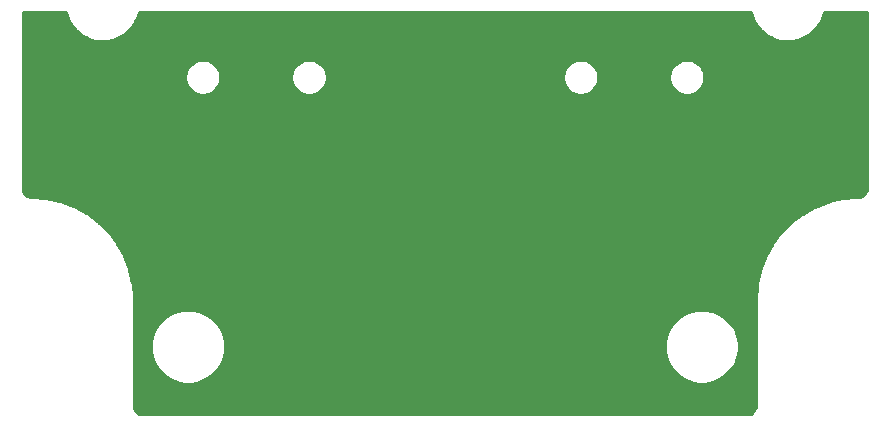
<source format=gbr>
%TF.GenerationSoftware,KiCad,Pcbnew,5.1.7-a382d34a8~88~ubuntu18.04.1*%
%TF.CreationDate,2022-11-10T08:04:54-05:00*%
%TF.ProjectId,project-mute-button,70726f6a-6563-4742-9d6d-7574652d6275,rev?*%
%TF.SameCoordinates,Original*%
%TF.FileFunction,Copper,L2,Bot*%
%TF.FilePolarity,Positive*%
%FSLAX46Y46*%
G04 Gerber Fmt 4.6, Leading zero omitted, Abs format (unit mm)*
G04 Created by KiCad (PCBNEW 5.1.7-a382d34a8~88~ubuntu18.04.1) date 2022-11-10 08:04:54*
%MOMM*%
%LPD*%
G01*
G04 APERTURE LIST*
%TA.AperFunction,ViaPad*%
%ADD10C,0.800000*%
%TD*%
%TA.AperFunction,Conductor*%
%ADD11C,0.254000*%
%TD*%
%TA.AperFunction,Conductor*%
%ADD12C,0.100000*%
%TD*%
G04 APERTURE END LIST*
D10*
%TO.N,GND*%
X73750000Y-85850000D03*
X50150000Y-67950000D03*
X82050000Y-67950000D03*
X69250000Y-67450000D03*
X65250000Y-66050000D03*
%TD*%
D11*
%TO.N,GND*%
X35272800Y-60860540D02*
X35275525Y-60869343D01*
X35423056Y-61334419D01*
X35446617Y-61389391D01*
X35469416Y-61444706D01*
X35473799Y-61452812D01*
X35708853Y-61880374D01*
X35742652Y-61929736D01*
X35775753Y-61979558D01*
X35781627Y-61986658D01*
X36095253Y-62360423D01*
X36138003Y-62402286D01*
X36180142Y-62444721D01*
X36187283Y-62450545D01*
X36567533Y-62756274D01*
X36617596Y-62789034D01*
X36667180Y-62822479D01*
X36675317Y-62826805D01*
X37107709Y-63052854D01*
X37163141Y-63075250D01*
X37218317Y-63098444D01*
X37227139Y-63101107D01*
X37695202Y-63238865D01*
X37753921Y-63250066D01*
X37812558Y-63262103D01*
X37821729Y-63263002D01*
X38307635Y-63307223D01*
X38367453Y-63306805D01*
X38427271Y-63307223D01*
X38436442Y-63306323D01*
X38921684Y-63255322D01*
X38980247Y-63243301D01*
X39039040Y-63232086D01*
X39047862Y-63229422D01*
X39513956Y-63085142D01*
X39569086Y-63061967D01*
X39624565Y-63039553D01*
X39632701Y-63035226D01*
X40061894Y-62803162D01*
X40111461Y-62769729D01*
X40161540Y-62736958D01*
X40168681Y-62731133D01*
X40544627Y-62420125D01*
X40586767Y-62377689D01*
X40629517Y-62335826D01*
X40635391Y-62328725D01*
X40943767Y-61950618D01*
X40976859Y-61900809D01*
X41010666Y-61851437D01*
X41015047Y-61843333D01*
X41015051Y-61843325D01*
X41244111Y-61412527D01*
X41266910Y-61357212D01*
X41290471Y-61302240D01*
X41293196Y-61293437D01*
X41434219Y-60826348D01*
X41437456Y-60810000D01*
X93262793Y-60810000D01*
X93272800Y-60860540D01*
X93275525Y-60869343D01*
X93423056Y-61334419D01*
X93446617Y-61389391D01*
X93469416Y-61444706D01*
X93473799Y-61452812D01*
X93708853Y-61880374D01*
X93742652Y-61929736D01*
X93775753Y-61979558D01*
X93781627Y-61986658D01*
X94095253Y-62360423D01*
X94138003Y-62402286D01*
X94180142Y-62444721D01*
X94187283Y-62450545D01*
X94567533Y-62756274D01*
X94617596Y-62789034D01*
X94667180Y-62822479D01*
X94675317Y-62826805D01*
X95107709Y-63052854D01*
X95163141Y-63075250D01*
X95218317Y-63098444D01*
X95227139Y-63101107D01*
X95695202Y-63238865D01*
X95753921Y-63250066D01*
X95812558Y-63262103D01*
X95821729Y-63263002D01*
X96307635Y-63307223D01*
X96367453Y-63306805D01*
X96427271Y-63307223D01*
X96436442Y-63306323D01*
X96921684Y-63255322D01*
X96980247Y-63243301D01*
X97039040Y-63232086D01*
X97047862Y-63229422D01*
X97513956Y-63085142D01*
X97569086Y-63061967D01*
X97624565Y-63039553D01*
X97632701Y-63035226D01*
X98061894Y-62803162D01*
X98111461Y-62769729D01*
X98161540Y-62736958D01*
X98168681Y-62731133D01*
X98544627Y-62420125D01*
X98586767Y-62377689D01*
X98629517Y-62335826D01*
X98635391Y-62328725D01*
X98943767Y-61950618D01*
X98976859Y-61900809D01*
X99010666Y-61851437D01*
X99015047Y-61843333D01*
X99015051Y-61843325D01*
X99244111Y-61412527D01*
X99266910Y-61357212D01*
X99290471Y-61302240D01*
X99293196Y-61293437D01*
X99434219Y-60826348D01*
X99437456Y-60810000D01*
X103090000Y-60810000D01*
X103090001Y-75717711D01*
X103072802Y-75893117D01*
X103031237Y-76030787D01*
X102963725Y-76157760D01*
X102872836Y-76269200D01*
X102762035Y-76360863D01*
X102635537Y-76429260D01*
X102498158Y-76471786D01*
X102323047Y-76490191D01*
X102219157Y-76491007D01*
X102203636Y-76492229D01*
X102188074Y-76491984D01*
X102167393Y-76493448D01*
X101041575Y-76590955D01*
X101005749Y-76596629D01*
X100969764Y-76601175D01*
X100949513Y-76605535D01*
X100949495Y-76605538D01*
X100949482Y-76605542D01*
X99848648Y-76860702D01*
X99813979Y-76871367D01*
X99778994Y-76880938D01*
X99759541Y-76888114D01*
X98705631Y-77295842D01*
X98672798Y-77311292D01*
X98639523Y-77325691D01*
X98621283Y-77335532D01*
X98621275Y-77335536D01*
X98621269Y-77335540D01*
X97635327Y-77887693D01*
X97604984Y-77907625D01*
X97574084Y-77926560D01*
X97557406Y-77938878D01*
X96659095Y-78624448D01*
X96631885Y-78648437D01*
X96603940Y-78671555D01*
X96589173Y-78686092D01*
X96589163Y-78686100D01*
X96589156Y-78686108D01*
X95796410Y-79491405D01*
X95772830Y-79519014D01*
X95748443Y-79545815D01*
X95735871Y-79562288D01*
X95735864Y-79562296D01*
X95735859Y-79562303D01*
X95064489Y-80471266D01*
X95045051Y-80501896D01*
X95024666Y-80531891D01*
X95014535Y-80549981D01*
X94477932Y-81544480D01*
X94462998Y-81577554D01*
X94447049Y-81610111D01*
X94439574Y-81629433D01*
X94439567Y-81629448D01*
X94439563Y-81629461D01*
X94048445Y-82689634D01*
X94038325Y-82724465D01*
X94027117Y-82758961D01*
X94022435Y-82779159D01*
X93784595Y-83883879D01*
X93779481Y-83919809D01*
X93773249Y-83955520D01*
X93771459Y-83976176D01*
X93692285Y-85094395D01*
X93690001Y-85117581D01*
X93690000Y-94117721D01*
X93672802Y-94293117D01*
X93631237Y-94430787D01*
X93563725Y-94557760D01*
X93472836Y-94669200D01*
X93362035Y-94760863D01*
X93235537Y-94829260D01*
X93098158Y-94871786D01*
X92924864Y-94890000D01*
X41782279Y-94890000D01*
X41606883Y-94872802D01*
X41469213Y-94831237D01*
X41342240Y-94763725D01*
X41230800Y-94672836D01*
X41139137Y-94562035D01*
X41070740Y-94435537D01*
X41028214Y-94298158D01*
X41010000Y-94124864D01*
X41010000Y-88841229D01*
X42465000Y-88841229D01*
X42465000Y-89458771D01*
X42585476Y-90064446D01*
X42821799Y-90634979D01*
X43164886Y-91148446D01*
X43601554Y-91585114D01*
X44115021Y-91928201D01*
X44685554Y-92164524D01*
X45291229Y-92285000D01*
X45908771Y-92285000D01*
X46514446Y-92164524D01*
X47084979Y-91928201D01*
X47598446Y-91585114D01*
X48035114Y-91148446D01*
X48378201Y-90634979D01*
X48614524Y-90064446D01*
X48735000Y-89458771D01*
X48735000Y-88841229D01*
X85965000Y-88841229D01*
X85965000Y-89458771D01*
X86085476Y-90064446D01*
X86321799Y-90634979D01*
X86664886Y-91148446D01*
X87101554Y-91585114D01*
X87615021Y-91928201D01*
X88185554Y-92164524D01*
X88791229Y-92285000D01*
X89408771Y-92285000D01*
X90014446Y-92164524D01*
X90584979Y-91928201D01*
X91098446Y-91585114D01*
X91535114Y-91148446D01*
X91878201Y-90634979D01*
X92114524Y-90064446D01*
X92235000Y-89458771D01*
X92235000Y-88841229D01*
X92114524Y-88235554D01*
X91878201Y-87665021D01*
X91535114Y-87151554D01*
X91098446Y-86714886D01*
X90584979Y-86371799D01*
X90014446Y-86135476D01*
X89408771Y-86015000D01*
X88791229Y-86015000D01*
X88185554Y-86135476D01*
X87615021Y-86371799D01*
X87101554Y-86714886D01*
X86664886Y-87151554D01*
X86321799Y-87665021D01*
X86085476Y-88235554D01*
X85965000Y-88841229D01*
X48735000Y-88841229D01*
X48614524Y-88235554D01*
X48378201Y-87665021D01*
X48035114Y-87151554D01*
X47598446Y-86714886D01*
X47084979Y-86371799D01*
X46514446Y-86135476D01*
X45908771Y-86015000D01*
X45291229Y-86015000D01*
X44685554Y-86135476D01*
X44115021Y-86371799D01*
X43601554Y-86714886D01*
X43164886Y-87151554D01*
X42821799Y-87665021D01*
X42585476Y-88235554D01*
X42465000Y-88841229D01*
X41010000Y-88841229D01*
X41010000Y-85117581D01*
X41009746Y-85115000D01*
X41008993Y-85019157D01*
X41007771Y-85003636D01*
X41008016Y-84988074D01*
X41006552Y-84967393D01*
X40909045Y-83841575D01*
X40903371Y-83805749D01*
X40898825Y-83769764D01*
X40894465Y-83749513D01*
X40894462Y-83749495D01*
X40894458Y-83749482D01*
X40639298Y-82648648D01*
X40628633Y-82613979D01*
X40619062Y-82578994D01*
X40611886Y-82559541D01*
X40204158Y-81505631D01*
X40188708Y-81472798D01*
X40174309Y-81439523D01*
X40164464Y-81421276D01*
X40164464Y-81421275D01*
X40164460Y-81421269D01*
X39612307Y-80435327D01*
X39592375Y-80404984D01*
X39573440Y-80374084D01*
X39561122Y-80357406D01*
X38875552Y-79459095D01*
X38851563Y-79431885D01*
X38828445Y-79403940D01*
X38813908Y-79389173D01*
X38813900Y-79389163D01*
X38813892Y-79389156D01*
X38008595Y-78596410D01*
X37980986Y-78572830D01*
X37954185Y-78548443D01*
X37937712Y-78535871D01*
X37937704Y-78535864D01*
X37937697Y-78535859D01*
X37028734Y-77864489D01*
X36998104Y-77845051D01*
X36968109Y-77824666D01*
X36950019Y-77814535D01*
X35955520Y-77277932D01*
X35922446Y-77262998D01*
X35889889Y-77247049D01*
X35870567Y-77239574D01*
X35870552Y-77239567D01*
X35870539Y-77239563D01*
X34810366Y-76848445D01*
X34775535Y-76838325D01*
X34741039Y-76827117D01*
X34720841Y-76822435D01*
X33616121Y-76584595D01*
X33580191Y-76579481D01*
X33544480Y-76573249D01*
X33523824Y-76571459D01*
X32405512Y-76492278D01*
X32206883Y-76472802D01*
X32069213Y-76431237D01*
X31942240Y-76363725D01*
X31830800Y-76272836D01*
X31739137Y-76162035D01*
X31670740Y-76035537D01*
X31628214Y-75898158D01*
X31610000Y-75724864D01*
X31610000Y-66203740D01*
X45365000Y-66203740D01*
X45365000Y-66496260D01*
X45422068Y-66783158D01*
X45534010Y-67053411D01*
X45696525Y-67296632D01*
X45903368Y-67503475D01*
X46146589Y-67665990D01*
X46416842Y-67777932D01*
X46703740Y-67835000D01*
X46996260Y-67835000D01*
X47283158Y-67777932D01*
X47553411Y-67665990D01*
X47796632Y-67503475D01*
X48003475Y-67296632D01*
X48165990Y-67053411D01*
X48277932Y-66783158D01*
X48335000Y-66496260D01*
X48335000Y-66203740D01*
X54365000Y-66203740D01*
X54365000Y-66496260D01*
X54422068Y-66783158D01*
X54534010Y-67053411D01*
X54696525Y-67296632D01*
X54903368Y-67503475D01*
X55146589Y-67665990D01*
X55416842Y-67777932D01*
X55703740Y-67835000D01*
X55996260Y-67835000D01*
X56283158Y-67777932D01*
X56553411Y-67665990D01*
X56796632Y-67503475D01*
X57003475Y-67296632D01*
X57165990Y-67053411D01*
X57277932Y-66783158D01*
X57335000Y-66496260D01*
X57335000Y-66203740D01*
X77365000Y-66203740D01*
X77365000Y-66496260D01*
X77422068Y-66783158D01*
X77534010Y-67053411D01*
X77696525Y-67296632D01*
X77903368Y-67503475D01*
X78146589Y-67665990D01*
X78416842Y-67777932D01*
X78703740Y-67835000D01*
X78996260Y-67835000D01*
X79283158Y-67777932D01*
X79553411Y-67665990D01*
X79796632Y-67503475D01*
X80003475Y-67296632D01*
X80165990Y-67053411D01*
X80277932Y-66783158D01*
X80335000Y-66496260D01*
X80335000Y-66203740D01*
X86365000Y-66203740D01*
X86365000Y-66496260D01*
X86422068Y-66783158D01*
X86534010Y-67053411D01*
X86696525Y-67296632D01*
X86903368Y-67503475D01*
X87146589Y-67665990D01*
X87416842Y-67777932D01*
X87703740Y-67835000D01*
X87996260Y-67835000D01*
X88283158Y-67777932D01*
X88553411Y-67665990D01*
X88796632Y-67503475D01*
X89003475Y-67296632D01*
X89165990Y-67053411D01*
X89277932Y-66783158D01*
X89335000Y-66496260D01*
X89335000Y-66203740D01*
X89277932Y-65916842D01*
X89165990Y-65646589D01*
X89003475Y-65403368D01*
X88796632Y-65196525D01*
X88553411Y-65034010D01*
X88283158Y-64922068D01*
X87996260Y-64865000D01*
X87703740Y-64865000D01*
X87416842Y-64922068D01*
X87146589Y-65034010D01*
X86903368Y-65196525D01*
X86696525Y-65403368D01*
X86534010Y-65646589D01*
X86422068Y-65916842D01*
X86365000Y-66203740D01*
X80335000Y-66203740D01*
X80277932Y-65916842D01*
X80165990Y-65646589D01*
X80003475Y-65403368D01*
X79796632Y-65196525D01*
X79553411Y-65034010D01*
X79283158Y-64922068D01*
X78996260Y-64865000D01*
X78703740Y-64865000D01*
X78416842Y-64922068D01*
X78146589Y-65034010D01*
X77903368Y-65196525D01*
X77696525Y-65403368D01*
X77534010Y-65646589D01*
X77422068Y-65916842D01*
X77365000Y-66203740D01*
X57335000Y-66203740D01*
X57277932Y-65916842D01*
X57165990Y-65646589D01*
X57003475Y-65403368D01*
X56796632Y-65196525D01*
X56553411Y-65034010D01*
X56283158Y-64922068D01*
X55996260Y-64865000D01*
X55703740Y-64865000D01*
X55416842Y-64922068D01*
X55146589Y-65034010D01*
X54903368Y-65196525D01*
X54696525Y-65403368D01*
X54534010Y-65646589D01*
X54422068Y-65916842D01*
X54365000Y-66203740D01*
X48335000Y-66203740D01*
X48277932Y-65916842D01*
X48165990Y-65646589D01*
X48003475Y-65403368D01*
X47796632Y-65196525D01*
X47553411Y-65034010D01*
X47283158Y-64922068D01*
X46996260Y-64865000D01*
X46703740Y-64865000D01*
X46416842Y-64922068D01*
X46146589Y-65034010D01*
X45903368Y-65196525D01*
X45696525Y-65403368D01*
X45534010Y-65646589D01*
X45422068Y-65916842D01*
X45365000Y-66203740D01*
X31610000Y-66203740D01*
X31610000Y-60810000D01*
X35262793Y-60810000D01*
X35272800Y-60860540D01*
%TA.AperFunction,Conductor*%
D12*
G36*
X35272800Y-60860540D02*
G01*
X35275525Y-60869343D01*
X35423056Y-61334419D01*
X35446617Y-61389391D01*
X35469416Y-61444706D01*
X35473799Y-61452812D01*
X35708853Y-61880374D01*
X35742652Y-61929736D01*
X35775753Y-61979558D01*
X35781627Y-61986658D01*
X36095253Y-62360423D01*
X36138003Y-62402286D01*
X36180142Y-62444721D01*
X36187283Y-62450545D01*
X36567533Y-62756274D01*
X36617596Y-62789034D01*
X36667180Y-62822479D01*
X36675317Y-62826805D01*
X37107709Y-63052854D01*
X37163141Y-63075250D01*
X37218317Y-63098444D01*
X37227139Y-63101107D01*
X37695202Y-63238865D01*
X37753921Y-63250066D01*
X37812558Y-63262103D01*
X37821729Y-63263002D01*
X38307635Y-63307223D01*
X38367453Y-63306805D01*
X38427271Y-63307223D01*
X38436442Y-63306323D01*
X38921684Y-63255322D01*
X38980247Y-63243301D01*
X39039040Y-63232086D01*
X39047862Y-63229422D01*
X39513956Y-63085142D01*
X39569086Y-63061967D01*
X39624565Y-63039553D01*
X39632701Y-63035226D01*
X40061894Y-62803162D01*
X40111461Y-62769729D01*
X40161540Y-62736958D01*
X40168681Y-62731133D01*
X40544627Y-62420125D01*
X40586767Y-62377689D01*
X40629517Y-62335826D01*
X40635391Y-62328725D01*
X40943767Y-61950618D01*
X40976859Y-61900809D01*
X41010666Y-61851437D01*
X41015047Y-61843333D01*
X41015051Y-61843325D01*
X41244111Y-61412527D01*
X41266910Y-61357212D01*
X41290471Y-61302240D01*
X41293196Y-61293437D01*
X41434219Y-60826348D01*
X41437456Y-60810000D01*
X93262793Y-60810000D01*
X93272800Y-60860540D01*
X93275525Y-60869343D01*
X93423056Y-61334419D01*
X93446617Y-61389391D01*
X93469416Y-61444706D01*
X93473799Y-61452812D01*
X93708853Y-61880374D01*
X93742652Y-61929736D01*
X93775753Y-61979558D01*
X93781627Y-61986658D01*
X94095253Y-62360423D01*
X94138003Y-62402286D01*
X94180142Y-62444721D01*
X94187283Y-62450545D01*
X94567533Y-62756274D01*
X94617596Y-62789034D01*
X94667180Y-62822479D01*
X94675317Y-62826805D01*
X95107709Y-63052854D01*
X95163141Y-63075250D01*
X95218317Y-63098444D01*
X95227139Y-63101107D01*
X95695202Y-63238865D01*
X95753921Y-63250066D01*
X95812558Y-63262103D01*
X95821729Y-63263002D01*
X96307635Y-63307223D01*
X96367453Y-63306805D01*
X96427271Y-63307223D01*
X96436442Y-63306323D01*
X96921684Y-63255322D01*
X96980247Y-63243301D01*
X97039040Y-63232086D01*
X97047862Y-63229422D01*
X97513956Y-63085142D01*
X97569086Y-63061967D01*
X97624565Y-63039553D01*
X97632701Y-63035226D01*
X98061894Y-62803162D01*
X98111461Y-62769729D01*
X98161540Y-62736958D01*
X98168681Y-62731133D01*
X98544627Y-62420125D01*
X98586767Y-62377689D01*
X98629517Y-62335826D01*
X98635391Y-62328725D01*
X98943767Y-61950618D01*
X98976859Y-61900809D01*
X99010666Y-61851437D01*
X99015047Y-61843333D01*
X99015051Y-61843325D01*
X99244111Y-61412527D01*
X99266910Y-61357212D01*
X99290471Y-61302240D01*
X99293196Y-61293437D01*
X99434219Y-60826348D01*
X99437456Y-60810000D01*
X103090000Y-60810000D01*
X103090001Y-75717711D01*
X103072802Y-75893117D01*
X103031237Y-76030787D01*
X102963725Y-76157760D01*
X102872836Y-76269200D01*
X102762035Y-76360863D01*
X102635537Y-76429260D01*
X102498158Y-76471786D01*
X102323047Y-76490191D01*
X102219157Y-76491007D01*
X102203636Y-76492229D01*
X102188074Y-76491984D01*
X102167393Y-76493448D01*
X101041575Y-76590955D01*
X101005749Y-76596629D01*
X100969764Y-76601175D01*
X100949513Y-76605535D01*
X100949495Y-76605538D01*
X100949482Y-76605542D01*
X99848648Y-76860702D01*
X99813979Y-76871367D01*
X99778994Y-76880938D01*
X99759541Y-76888114D01*
X98705631Y-77295842D01*
X98672798Y-77311292D01*
X98639523Y-77325691D01*
X98621283Y-77335532D01*
X98621275Y-77335536D01*
X98621269Y-77335540D01*
X97635327Y-77887693D01*
X97604984Y-77907625D01*
X97574084Y-77926560D01*
X97557406Y-77938878D01*
X96659095Y-78624448D01*
X96631885Y-78648437D01*
X96603940Y-78671555D01*
X96589173Y-78686092D01*
X96589163Y-78686100D01*
X96589156Y-78686108D01*
X95796410Y-79491405D01*
X95772830Y-79519014D01*
X95748443Y-79545815D01*
X95735871Y-79562288D01*
X95735864Y-79562296D01*
X95735859Y-79562303D01*
X95064489Y-80471266D01*
X95045051Y-80501896D01*
X95024666Y-80531891D01*
X95014535Y-80549981D01*
X94477932Y-81544480D01*
X94462998Y-81577554D01*
X94447049Y-81610111D01*
X94439574Y-81629433D01*
X94439567Y-81629448D01*
X94439563Y-81629461D01*
X94048445Y-82689634D01*
X94038325Y-82724465D01*
X94027117Y-82758961D01*
X94022435Y-82779159D01*
X93784595Y-83883879D01*
X93779481Y-83919809D01*
X93773249Y-83955520D01*
X93771459Y-83976176D01*
X93692285Y-85094395D01*
X93690001Y-85117581D01*
X93690000Y-94117721D01*
X93672802Y-94293117D01*
X93631237Y-94430787D01*
X93563725Y-94557760D01*
X93472836Y-94669200D01*
X93362035Y-94760863D01*
X93235537Y-94829260D01*
X93098158Y-94871786D01*
X92924864Y-94890000D01*
X41782279Y-94890000D01*
X41606883Y-94872802D01*
X41469213Y-94831237D01*
X41342240Y-94763725D01*
X41230800Y-94672836D01*
X41139137Y-94562035D01*
X41070740Y-94435537D01*
X41028214Y-94298158D01*
X41010000Y-94124864D01*
X41010000Y-88841229D01*
X42465000Y-88841229D01*
X42465000Y-89458771D01*
X42585476Y-90064446D01*
X42821799Y-90634979D01*
X43164886Y-91148446D01*
X43601554Y-91585114D01*
X44115021Y-91928201D01*
X44685554Y-92164524D01*
X45291229Y-92285000D01*
X45908771Y-92285000D01*
X46514446Y-92164524D01*
X47084979Y-91928201D01*
X47598446Y-91585114D01*
X48035114Y-91148446D01*
X48378201Y-90634979D01*
X48614524Y-90064446D01*
X48735000Y-89458771D01*
X48735000Y-88841229D01*
X85965000Y-88841229D01*
X85965000Y-89458771D01*
X86085476Y-90064446D01*
X86321799Y-90634979D01*
X86664886Y-91148446D01*
X87101554Y-91585114D01*
X87615021Y-91928201D01*
X88185554Y-92164524D01*
X88791229Y-92285000D01*
X89408771Y-92285000D01*
X90014446Y-92164524D01*
X90584979Y-91928201D01*
X91098446Y-91585114D01*
X91535114Y-91148446D01*
X91878201Y-90634979D01*
X92114524Y-90064446D01*
X92235000Y-89458771D01*
X92235000Y-88841229D01*
X92114524Y-88235554D01*
X91878201Y-87665021D01*
X91535114Y-87151554D01*
X91098446Y-86714886D01*
X90584979Y-86371799D01*
X90014446Y-86135476D01*
X89408771Y-86015000D01*
X88791229Y-86015000D01*
X88185554Y-86135476D01*
X87615021Y-86371799D01*
X87101554Y-86714886D01*
X86664886Y-87151554D01*
X86321799Y-87665021D01*
X86085476Y-88235554D01*
X85965000Y-88841229D01*
X48735000Y-88841229D01*
X48614524Y-88235554D01*
X48378201Y-87665021D01*
X48035114Y-87151554D01*
X47598446Y-86714886D01*
X47084979Y-86371799D01*
X46514446Y-86135476D01*
X45908771Y-86015000D01*
X45291229Y-86015000D01*
X44685554Y-86135476D01*
X44115021Y-86371799D01*
X43601554Y-86714886D01*
X43164886Y-87151554D01*
X42821799Y-87665021D01*
X42585476Y-88235554D01*
X42465000Y-88841229D01*
X41010000Y-88841229D01*
X41010000Y-85117581D01*
X41009746Y-85115000D01*
X41008993Y-85019157D01*
X41007771Y-85003636D01*
X41008016Y-84988074D01*
X41006552Y-84967393D01*
X40909045Y-83841575D01*
X40903371Y-83805749D01*
X40898825Y-83769764D01*
X40894465Y-83749513D01*
X40894462Y-83749495D01*
X40894458Y-83749482D01*
X40639298Y-82648648D01*
X40628633Y-82613979D01*
X40619062Y-82578994D01*
X40611886Y-82559541D01*
X40204158Y-81505631D01*
X40188708Y-81472798D01*
X40174309Y-81439523D01*
X40164464Y-81421276D01*
X40164464Y-81421275D01*
X40164460Y-81421269D01*
X39612307Y-80435327D01*
X39592375Y-80404984D01*
X39573440Y-80374084D01*
X39561122Y-80357406D01*
X38875552Y-79459095D01*
X38851563Y-79431885D01*
X38828445Y-79403940D01*
X38813908Y-79389173D01*
X38813900Y-79389163D01*
X38813892Y-79389156D01*
X38008595Y-78596410D01*
X37980986Y-78572830D01*
X37954185Y-78548443D01*
X37937712Y-78535871D01*
X37937704Y-78535864D01*
X37937697Y-78535859D01*
X37028734Y-77864489D01*
X36998104Y-77845051D01*
X36968109Y-77824666D01*
X36950019Y-77814535D01*
X35955520Y-77277932D01*
X35922446Y-77262998D01*
X35889889Y-77247049D01*
X35870567Y-77239574D01*
X35870552Y-77239567D01*
X35870539Y-77239563D01*
X34810366Y-76848445D01*
X34775535Y-76838325D01*
X34741039Y-76827117D01*
X34720841Y-76822435D01*
X33616121Y-76584595D01*
X33580191Y-76579481D01*
X33544480Y-76573249D01*
X33523824Y-76571459D01*
X32405512Y-76492278D01*
X32206883Y-76472802D01*
X32069213Y-76431237D01*
X31942240Y-76363725D01*
X31830800Y-76272836D01*
X31739137Y-76162035D01*
X31670740Y-76035537D01*
X31628214Y-75898158D01*
X31610000Y-75724864D01*
X31610000Y-66203740D01*
X45365000Y-66203740D01*
X45365000Y-66496260D01*
X45422068Y-66783158D01*
X45534010Y-67053411D01*
X45696525Y-67296632D01*
X45903368Y-67503475D01*
X46146589Y-67665990D01*
X46416842Y-67777932D01*
X46703740Y-67835000D01*
X46996260Y-67835000D01*
X47283158Y-67777932D01*
X47553411Y-67665990D01*
X47796632Y-67503475D01*
X48003475Y-67296632D01*
X48165990Y-67053411D01*
X48277932Y-66783158D01*
X48335000Y-66496260D01*
X48335000Y-66203740D01*
X54365000Y-66203740D01*
X54365000Y-66496260D01*
X54422068Y-66783158D01*
X54534010Y-67053411D01*
X54696525Y-67296632D01*
X54903368Y-67503475D01*
X55146589Y-67665990D01*
X55416842Y-67777932D01*
X55703740Y-67835000D01*
X55996260Y-67835000D01*
X56283158Y-67777932D01*
X56553411Y-67665990D01*
X56796632Y-67503475D01*
X57003475Y-67296632D01*
X57165990Y-67053411D01*
X57277932Y-66783158D01*
X57335000Y-66496260D01*
X57335000Y-66203740D01*
X77365000Y-66203740D01*
X77365000Y-66496260D01*
X77422068Y-66783158D01*
X77534010Y-67053411D01*
X77696525Y-67296632D01*
X77903368Y-67503475D01*
X78146589Y-67665990D01*
X78416842Y-67777932D01*
X78703740Y-67835000D01*
X78996260Y-67835000D01*
X79283158Y-67777932D01*
X79553411Y-67665990D01*
X79796632Y-67503475D01*
X80003475Y-67296632D01*
X80165990Y-67053411D01*
X80277932Y-66783158D01*
X80335000Y-66496260D01*
X80335000Y-66203740D01*
X86365000Y-66203740D01*
X86365000Y-66496260D01*
X86422068Y-66783158D01*
X86534010Y-67053411D01*
X86696525Y-67296632D01*
X86903368Y-67503475D01*
X87146589Y-67665990D01*
X87416842Y-67777932D01*
X87703740Y-67835000D01*
X87996260Y-67835000D01*
X88283158Y-67777932D01*
X88553411Y-67665990D01*
X88796632Y-67503475D01*
X89003475Y-67296632D01*
X89165990Y-67053411D01*
X89277932Y-66783158D01*
X89335000Y-66496260D01*
X89335000Y-66203740D01*
X89277932Y-65916842D01*
X89165990Y-65646589D01*
X89003475Y-65403368D01*
X88796632Y-65196525D01*
X88553411Y-65034010D01*
X88283158Y-64922068D01*
X87996260Y-64865000D01*
X87703740Y-64865000D01*
X87416842Y-64922068D01*
X87146589Y-65034010D01*
X86903368Y-65196525D01*
X86696525Y-65403368D01*
X86534010Y-65646589D01*
X86422068Y-65916842D01*
X86365000Y-66203740D01*
X80335000Y-66203740D01*
X80277932Y-65916842D01*
X80165990Y-65646589D01*
X80003475Y-65403368D01*
X79796632Y-65196525D01*
X79553411Y-65034010D01*
X79283158Y-64922068D01*
X78996260Y-64865000D01*
X78703740Y-64865000D01*
X78416842Y-64922068D01*
X78146589Y-65034010D01*
X77903368Y-65196525D01*
X77696525Y-65403368D01*
X77534010Y-65646589D01*
X77422068Y-65916842D01*
X77365000Y-66203740D01*
X57335000Y-66203740D01*
X57277932Y-65916842D01*
X57165990Y-65646589D01*
X57003475Y-65403368D01*
X56796632Y-65196525D01*
X56553411Y-65034010D01*
X56283158Y-64922068D01*
X55996260Y-64865000D01*
X55703740Y-64865000D01*
X55416842Y-64922068D01*
X55146589Y-65034010D01*
X54903368Y-65196525D01*
X54696525Y-65403368D01*
X54534010Y-65646589D01*
X54422068Y-65916842D01*
X54365000Y-66203740D01*
X48335000Y-66203740D01*
X48277932Y-65916842D01*
X48165990Y-65646589D01*
X48003475Y-65403368D01*
X47796632Y-65196525D01*
X47553411Y-65034010D01*
X47283158Y-64922068D01*
X46996260Y-64865000D01*
X46703740Y-64865000D01*
X46416842Y-64922068D01*
X46146589Y-65034010D01*
X45903368Y-65196525D01*
X45696525Y-65403368D01*
X45534010Y-65646589D01*
X45422068Y-65916842D01*
X45365000Y-66203740D01*
X31610000Y-66203740D01*
X31610000Y-60810000D01*
X35262793Y-60810000D01*
X35272800Y-60860540D01*
G37*
%TD.AperFunction*%
%TD*%
M02*

</source>
